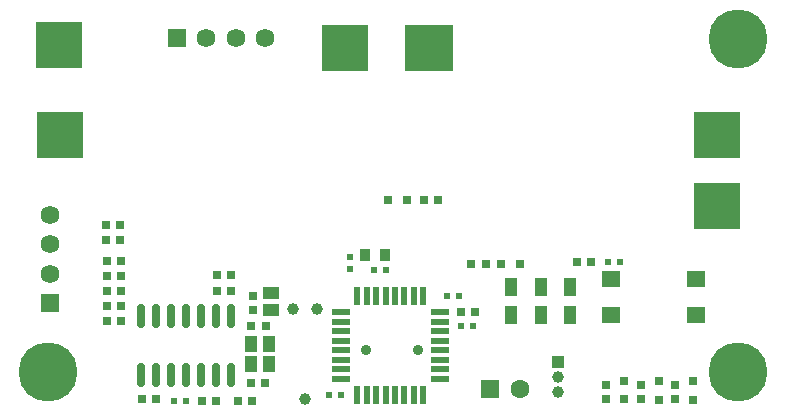
<source format=gbr>
%TF.GenerationSoftware,Altium Limited,Altium NEXUS,2.1.5 (53)*%
G04 Layer_Color=255*
%FSLAX44Y44*%
%MOMM*%
%TF.FileFunction,Pads,Top*%
%TF.Part,Single*%
G01*
G75*
%TA.AperFunction,SMDPad,CuDef*%
%ADD10R,4.1000X4.0000*%
%ADD11R,4.0000X4.0000*%
G04:AMPARAMS|DCode=12|XSize=1.97mm|YSize=0.6mm|CornerRadius=0.15mm|HoleSize=0mm|Usage=FLASHONLY|Rotation=90.000|XOffset=0mm|YOffset=0mm|HoleType=Round|Shape=RoundedRectangle|*
%AMROUNDEDRECTD12*
21,1,1.9700,0.3000,0,0,90.0*
21,1,1.6700,0.6000,0,0,90.0*
1,1,0.3000,0.1500,0.8350*
1,1,0.3000,0.1500,-0.8350*
1,1,0.3000,-0.1500,-0.8350*
1,1,0.3000,-0.1500,0.8350*
%
%ADD12ROUNDEDRECTD12*%
%ADD13R,0.8000X0.8000*%
%ADD14R,1.0000X1.6000*%
G04:AMPARAMS|DCode=15|XSize=1.56mm|YSize=0.55mm|CornerRadius=0.0688mm|HoleSize=0mm|Usage=FLASHONLY|Rotation=0.000|XOffset=0mm|YOffset=0mm|HoleType=Round|Shape=RoundedRectangle|*
%AMROUNDEDRECTD15*
21,1,1.5600,0.4125,0,0,0.0*
21,1,1.4225,0.5500,0,0,0.0*
1,1,0.1375,0.7113,-0.2063*
1,1,0.1375,-0.7113,-0.2063*
1,1,0.1375,-0.7113,0.2063*
1,1,0.1375,0.7113,0.2063*
%
%ADD15ROUNDEDRECTD15*%
G04:AMPARAMS|DCode=16|XSize=1.56mm|YSize=0.55mm|CornerRadius=0.0688mm|HoleSize=0mm|Usage=FLASHONLY|Rotation=270.000|XOffset=0mm|YOffset=0mm|HoleType=Round|Shape=RoundedRectangle|*
%AMROUNDEDRECTD16*
21,1,1.5600,0.4125,0,0,270.0*
21,1,1.4225,0.5500,0,0,270.0*
1,1,0.1375,-0.2063,-0.7113*
1,1,0.1375,-0.2063,0.7113*
1,1,0.1375,0.2063,0.7113*
1,1,0.1375,0.2063,-0.7113*
%
%ADD16ROUNDEDRECTD16*%
%ADD17R,0.8000X0.8000*%
%ADD18R,0.8000X0.7000*%
%ADD19R,0.6000X0.5000*%
%ADD20R,0.9000X1.0000*%
%ADD21R,0.5000X0.6000*%
%ADD22R,1.6000X1.4000*%
%ADD23R,1.1000X1.4000*%
%ADD24R,0.7000X0.8000*%
%ADD25R,1.4000X1.1000*%
%TA.AperFunction,WasherPad*%
%ADD30C,5.0000*%
%TA.AperFunction,ComponentPad*%
%ADD31C,0.9000*%
%ADD32C,1.0000*%
%ADD33R,1.0000X1.0000*%
%ADD34C,1.5900*%
%ADD35R,1.5900X1.5900*%
%ADD36R,1.5900X1.5900*%
%ADD37R,4.0000X4.0000*%
%ADD38R,4.0000X4.0000*%
%ADD39R,1.6000X1.6000*%
%ADD40C,1.6000*%
D10*
X356870Y346710D02*
D03*
D11*
X285750D02*
D03*
D12*
X113066Y70500D02*
D03*
X125766D02*
D03*
X138466D02*
D03*
X151166D02*
D03*
X163866D02*
D03*
X176566D02*
D03*
X189266D02*
D03*
Y120000D02*
D03*
X176566D02*
D03*
X163866D02*
D03*
X151166D02*
D03*
X138466D02*
D03*
X125766D02*
D03*
X113066D02*
D03*
D13*
X322200Y218186D02*
D03*
X338200D02*
D03*
X433704Y163830D02*
D03*
X417704D02*
D03*
D14*
X476250Y144650D02*
D03*
X451250D02*
D03*
X426250D02*
D03*
X476250Y120650D02*
D03*
X451250D02*
D03*
X426250D02*
D03*
D15*
X282050Y123250D02*
D03*
Y115250D02*
D03*
Y107250D02*
D03*
Y99250D02*
D03*
Y91250D02*
D03*
Y83250D02*
D03*
Y75250D02*
D03*
Y67250D02*
D03*
X365650D02*
D03*
Y75250D02*
D03*
Y83250D02*
D03*
Y91250D02*
D03*
Y99250D02*
D03*
Y107250D02*
D03*
Y115250D02*
D03*
Y123250D02*
D03*
D16*
X351850Y137050D02*
D03*
X343850D02*
D03*
X335850D02*
D03*
X327850D02*
D03*
X319850D02*
D03*
X311850D02*
D03*
X303850D02*
D03*
X295850D02*
D03*
Y53450D02*
D03*
X303850D02*
D03*
X311850D02*
D03*
X319850D02*
D03*
X327850D02*
D03*
X335850D02*
D03*
X343850D02*
D03*
X351850D02*
D03*
D17*
X580426Y65150D02*
D03*
Y49150D02*
D03*
X551216Y65150D02*
D03*
Y49150D02*
D03*
X522006Y65531D02*
D03*
Y49530D02*
D03*
D18*
X364140Y218186D02*
D03*
X352140D02*
D03*
X404526Y163830D02*
D03*
X392526D02*
D03*
X395890Y123190D02*
D03*
X383890D02*
D03*
X95630Y128580D02*
D03*
X83630D02*
D03*
X206344Y111506D02*
D03*
X218344D02*
D03*
X95630Y140970D02*
D03*
X83630D02*
D03*
X113380Y49530D02*
D03*
X125380D02*
D03*
X83630Y115570D02*
D03*
X95630D02*
D03*
Y153980D02*
D03*
X83630D02*
D03*
X206090Y63500D02*
D03*
X218090D02*
D03*
X176180Y48260D02*
D03*
X164180D02*
D03*
X94900Y184150D02*
D03*
X82900D02*
D03*
X206660Y48260D02*
D03*
X194660D02*
D03*
X482220Y165790D02*
D03*
X494220D02*
D03*
X83630Y166680D02*
D03*
X95630D02*
D03*
X82900Y196850D02*
D03*
X94900D02*
D03*
X176880Y154940D02*
D03*
X188880D02*
D03*
X176916Y140970D02*
D03*
X188916D02*
D03*
D19*
X383620Y111760D02*
D03*
X393620D02*
D03*
X382190Y137160D02*
D03*
X372190D02*
D03*
X271860Y53340D02*
D03*
X281860D02*
D03*
X319960Y158750D02*
D03*
X309960D02*
D03*
X151050Y48260D02*
D03*
X141050D02*
D03*
X508540Y166330D02*
D03*
X518540D02*
D03*
D20*
X319650Y171450D02*
D03*
X302650D02*
D03*
D21*
X289560Y170020D02*
D03*
Y160020D02*
D03*
D22*
X582540Y121130D02*
D03*
Y151130D02*
D03*
X510540Y121130D02*
D03*
Y151130D02*
D03*
D23*
X206114Y96520D02*
D03*
X221114D02*
D03*
X206114Y79248D02*
D03*
X221114D02*
D03*
D24*
X565150Y49880D02*
D03*
Y61880D02*
D03*
X535940Y49880D02*
D03*
Y61880D02*
D03*
X506730Y49880D02*
D03*
Y61880D02*
D03*
X207772Y125160D02*
D03*
Y137160D02*
D03*
D25*
X223266Y140088D02*
D03*
Y125088D02*
D03*
D30*
X34290Y72390D02*
D03*
X618490D02*
D03*
Y354330D02*
D03*
D31*
X303530Y91440D02*
D03*
X347530D02*
D03*
D32*
X466090Y68834D02*
D03*
Y56134D02*
D03*
X241310Y126492D02*
D03*
X251460Y50292D02*
D03*
X261610Y126492D02*
D03*
D33*
X466090Y81534D02*
D03*
D34*
X218040Y355600D02*
D03*
X193040D02*
D03*
X168040D02*
D03*
X35560Y205810D02*
D03*
Y180810D02*
D03*
Y155810D02*
D03*
D35*
X143040Y355600D02*
D03*
D36*
X35560Y130810D02*
D03*
D37*
X600710Y273050D02*
D03*
Y213360D02*
D03*
D38*
X44450Y273050D02*
D03*
X43180Y349250D02*
D03*
D39*
X408686Y58674D02*
D03*
D40*
X434086D02*
D03*
%TF.MD5,6f848e16d2fbcb103e3d18876ae32f82*%
M02*

</source>
